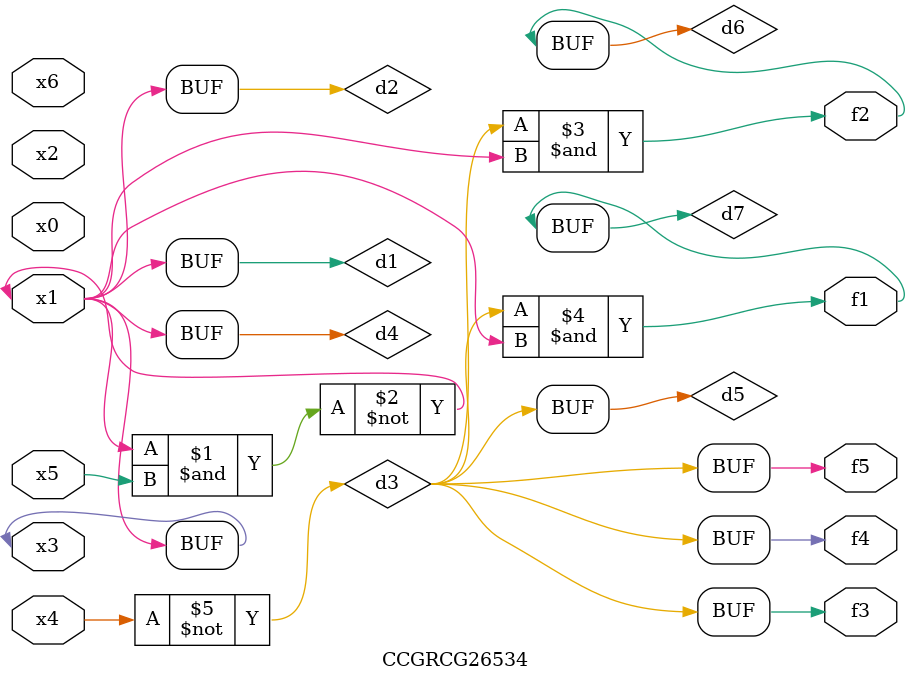
<source format=v>
module CCGRCG26534(
	input x0, x1, x2, x3, x4, x5, x6,
	output f1, f2, f3, f4, f5
);

	wire d1, d2, d3, d4, d5, d6, d7;

	buf (d1, x1, x3);
	nand (d2, x1, x5);
	not (d3, x4);
	buf (d4, d1, d2);
	buf (d5, d3);
	and (d6, d3, d4);
	and (d7, d3, d4);
	assign f1 = d7;
	assign f2 = d6;
	assign f3 = d5;
	assign f4 = d5;
	assign f5 = d5;
endmodule

</source>
